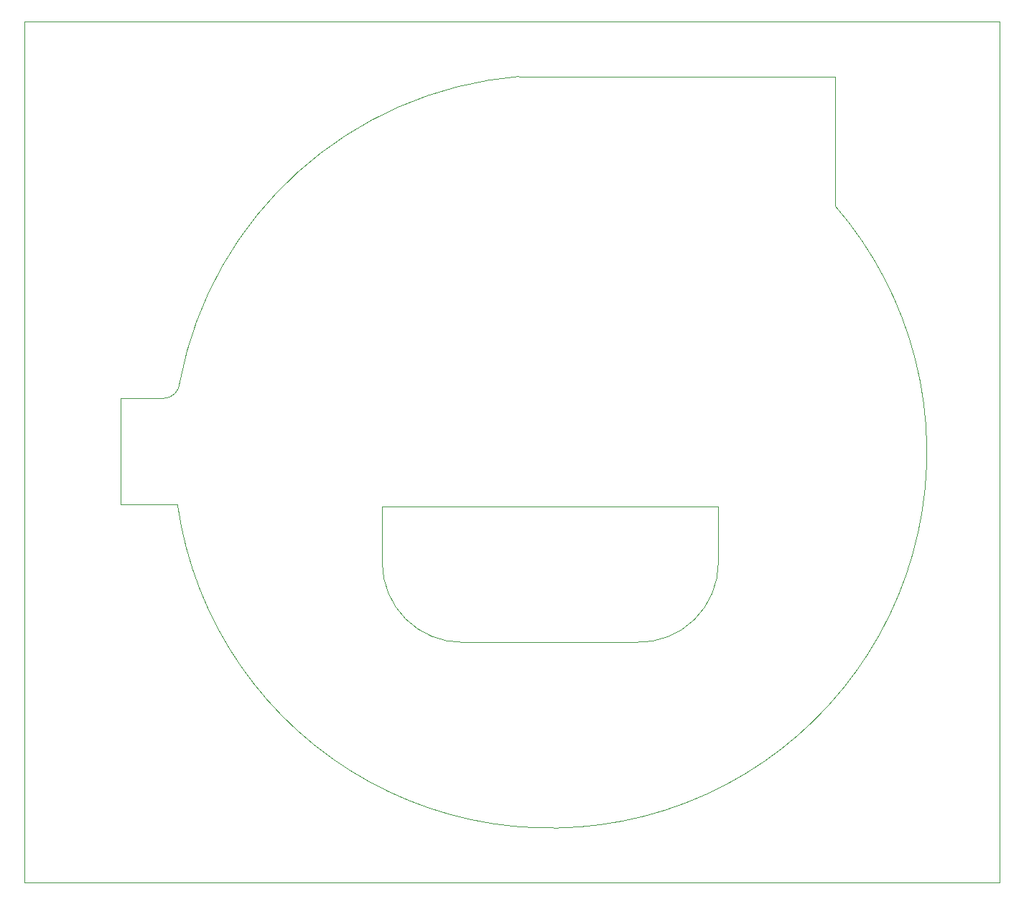
<source format=gbr>
G04 #@! TF.GenerationSoftware,KiCad,Pcbnew,(5.1.2)-2*
G04 #@! TF.CreationDate,2019-10-03T15:28:12-06:00*
G04 #@! TF.ProjectId,MagSensor,4d616753-656e-4736-9f72-2e6b69636164,rev?*
G04 #@! TF.SameCoordinates,Original*
G04 #@! TF.FileFunction,Profile,NP*
%FSLAX46Y46*%
G04 Gerber Fmt 4.6, Leading zero omitted, Abs format (unit mm)*
G04 Created by KiCad (PCBNEW (5.1.2)-2) date 2019-10-03 15:28:12*
%MOMM*%
%LPD*%
G04 APERTURE LIST*
%ADD10C,0.025400*%
G04 APERTURE END LIST*
D10*
X65000000Y-177800000D02*
X65000000Y-76200000D01*
X180000000Y-177800000D02*
X65000000Y-177800000D01*
X180000000Y-76200000D02*
X180000000Y-177800000D01*
X65000000Y-76200000D02*
X180000000Y-76200000D01*
X81323088Y-120705684D02*
G75*
G03X83323088Y-118705684I0J2000000D01*
G01*
X76323088Y-133205684D02*
X83043088Y-133205684D01*
X160573088Y-82705684D02*
X160573088Y-97955684D01*
X83043631Y-133209845D02*
G75*
G03X160573088Y-97955684I43956369J6209845D01*
G01*
X123322193Y-82694898D02*
X160573088Y-82705684D01*
X116590077Y-149471284D02*
X137164077Y-149468064D01*
X107184085Y-140073284D02*
G75*
G03X116590077Y-149471284I9398003J0D01*
G01*
X107184088Y-133469284D02*
X107184088Y-140073284D01*
X137164077Y-149468064D02*
G75*
G03X146808088Y-140073284I246011J9394780D01*
G01*
X146808088Y-133469284D02*
X146808088Y-140073284D01*
X107184088Y-133469284D02*
X146808088Y-133469284D01*
X123322193Y-82694898D02*
G75*
G03X83323088Y-118705684I3677807J-44305102D01*
G01*
X76323088Y-120705684D02*
X76323088Y-133205684D01*
X81323088Y-120705684D02*
X76323088Y-120705684D01*
M02*

</source>
